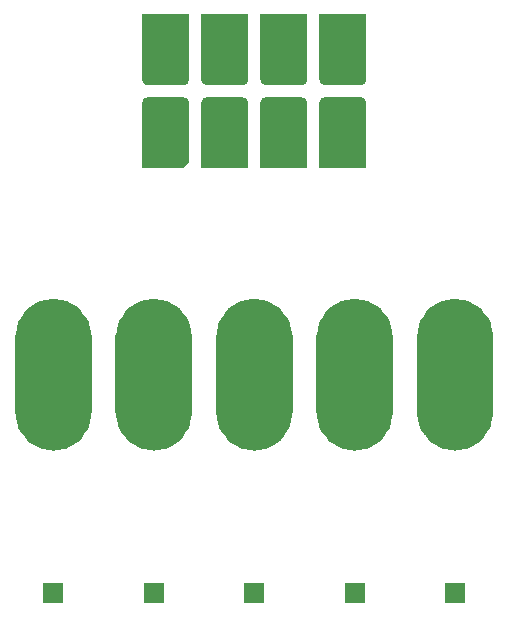
<source format=gts>
G04 #@! TF.GenerationSoftware,KiCad,Pcbnew,7.0.9-7.0.9~ubuntu22.04.1*
G04 #@! TF.CreationDate,2023-12-30T14:42:09+00:00*
G04 #@! TF.ProjectId,DRY_FLEX_V1,4452595f-464c-4455-985f-56312e6b6963,rev?*
G04 #@! TF.SameCoordinates,Original*
G04 #@! TF.FileFunction,Soldermask,Top*
G04 #@! TF.FilePolarity,Negative*
%FSLAX46Y46*%
G04 Gerber Fmt 4.6, Leading zero omitted, Abs format (unit mm)*
G04 Created by KiCad (PCBNEW 7.0.9-7.0.9~ubuntu22.04.1) date 2023-12-30 14:42:09*
%MOMM*%
%LPD*%
G01*
G04 APERTURE LIST*
G04 Aperture macros list*
%AMRoundRect*
0 Rectangle with rounded corners*
0 $1 Rounding radius*
0 $2 $3 $4 $5 $6 $7 $8 $9 X,Y pos of 4 corners*
0 Add a 4 corners polygon primitive as box body*
4,1,4,$2,$3,$4,$5,$6,$7,$8,$9,$2,$3,0*
0 Add four circle primitives for the rounded corners*
1,1,$1+$1,$2,$3*
1,1,$1+$1,$4,$5*
1,1,$1+$1,$6,$7*
1,1,$1+$1,$8,$9*
0 Add four rect primitives between the rounded corners*
20,1,$1+$1,$2,$3,$4,$5,0*
20,1,$1+$1,$4,$5,$6,$7,0*
20,1,$1+$1,$6,$7,$8,$9,0*
20,1,$1+$1,$8,$9,$2,$3,0*%
G04 Aperture macros list end*
%ADD10C,0.499999*%
%ADD11C,3.250000*%
%ADD12C,0.000000*%
%ADD13C,0.500000*%
%ADD14R,1.700000X1.700000*%
%ADD15RoundRect,0.250000X-0.250000X-0.750000X0.250000X-0.750000X0.250000X0.750000X-0.250000X0.750000X0*%
G04 APERTURE END LIST*
D10*
X91249998Y-99000000D02*
G75*
G03*
X91249998Y-99000000I-249999J0D01*
G01*
D11*
X101625000Y-120800000D02*
G75*
G03*
X101625000Y-120800000I-1625000J0D01*
G01*
D12*
G36*
X99000000Y-99500000D02*
G01*
X96000000Y-99500000D01*
X96000000Y-98500000D01*
X99000000Y-98500000D01*
X99000000Y-99500000D01*
G37*
D13*
X94250000Y-99000000D02*
G75*
G03*
X94250000Y-99000000I-250000J0D01*
G01*
G36*
X79750000Y-120672800D02*
G01*
X86250000Y-120672800D01*
X86250000Y-127272800D01*
X79750000Y-127272800D01*
X79750000Y-120672800D01*
G37*
D10*
X101249998Y-99000000D02*
G75*
G03*
X101249998Y-99000000I-249999J0D01*
G01*
D12*
G36*
X99500000Y-99000000D02*
G01*
X95500000Y-99000000D01*
X95500000Y-93500000D01*
X99500000Y-93500000D01*
X99500000Y-99000000D01*
G37*
G36*
X94000000Y-106500000D02*
G01*
X90500000Y-106500000D01*
X90500000Y-106000000D01*
X94500000Y-106000000D01*
X94000000Y-106500000D01*
G37*
D13*
X99250000Y-101000000D02*
G75*
G03*
X99250000Y-101000000I-250000J0D01*
G01*
X106250000Y-101000000D02*
G75*
G03*
X106250000Y-101000000I-250000J0D01*
G01*
G36*
X88250000Y-120672800D02*
G01*
X94750000Y-120672800D01*
X94750000Y-127272800D01*
X88250000Y-127272800D01*
X88250000Y-120672800D01*
G37*
X109250000Y-99000000D02*
G75*
G03*
X109250000Y-99000000I-250000J0D01*
G01*
G36*
X100500000Y-101000000D02*
G01*
X104500000Y-101000000D01*
X104500000Y-106500000D01*
X100500000Y-106500000D01*
X100500000Y-101000000D01*
G37*
G36*
X91000000Y-100500000D02*
G01*
X94000000Y-100500000D01*
X94000000Y-101500000D01*
X91000000Y-101500000D01*
X91000000Y-100500000D01*
G37*
G36*
X105250000Y-120672800D02*
G01*
X111750000Y-120672800D01*
X111750000Y-127272800D01*
X105250000Y-127272800D01*
X105250000Y-120672800D01*
G37*
D11*
X93125000Y-120800000D02*
G75*
G03*
X93125000Y-120800000I-1625000J0D01*
G01*
D10*
X96249998Y-99000000D02*
G75*
G03*
X96249998Y-99000000I-249999J0D01*
G01*
D13*
X104250000Y-101000000D02*
G75*
G03*
X104250000Y-101000000I-250000J0D01*
G01*
D12*
G36*
X104000000Y-99500000D02*
G01*
X101000000Y-99500000D01*
X101000000Y-98500000D01*
X104000000Y-98500000D01*
X104000000Y-99500000D01*
G37*
G36*
X95500000Y-101000000D02*
G01*
X99500000Y-101000000D01*
X99500000Y-106500000D01*
X95500000Y-106500000D01*
X95500000Y-101000000D01*
G37*
G36*
X104500000Y-99000000D02*
G01*
X100500000Y-99000000D01*
X100500000Y-93500000D01*
X104500000Y-93500000D01*
X104500000Y-99000000D01*
G37*
G36*
X101000000Y-100500000D02*
G01*
X104000000Y-100500000D01*
X104000000Y-101500000D01*
X101000000Y-101500000D01*
X101000000Y-100500000D01*
G37*
G36*
X106000000Y-100500000D02*
G01*
X109000000Y-100500000D01*
X109000000Y-101500000D01*
X106000000Y-101500000D01*
X106000000Y-100500000D01*
G37*
D11*
X84625000Y-127200000D02*
G75*
G03*
X84625000Y-127200000I-1625000J0D01*
G01*
D13*
X101250000Y-101000000D02*
G75*
G03*
X101250000Y-101000000I-250000J0D01*
G01*
D11*
X110125000Y-120800000D02*
G75*
G03*
X110125000Y-120800000I-1625000J0D01*
G01*
G36*
X96750000Y-120672800D02*
G01*
X103250000Y-120672800D01*
X103250000Y-127272800D01*
X96750000Y-127272800D01*
X96750000Y-120672800D01*
G37*
X118625000Y-127200000D02*
G75*
G03*
X118625000Y-127200000I-1625000J0D01*
G01*
X101625000Y-127200000D02*
G75*
G03*
X101625000Y-127200000I-1625000J0D01*
G01*
X93125000Y-127200000D02*
G75*
G03*
X93125000Y-127200000I-1625000J0D01*
G01*
X84625000Y-120800000D02*
G75*
G03*
X84625000Y-120800000I-1625000J0D01*
G01*
X118625000Y-120800000D02*
G75*
G03*
X118625000Y-120800000I-1625000J0D01*
G01*
D10*
X106249998Y-99000000D02*
G75*
G03*
X106249998Y-99000000I-249999J0D01*
G01*
G36*
X113750000Y-120672800D02*
G01*
X120250000Y-120672800D01*
X120250000Y-127272800D01*
X113750000Y-127272800D01*
X113750000Y-120672800D01*
G37*
D13*
X104250000Y-99000000D02*
G75*
G03*
X104250000Y-99000000I-250000J0D01*
G01*
G36*
X96000000Y-100500000D02*
G01*
X99000000Y-100500000D01*
X99000000Y-101500000D01*
X96000000Y-101500000D01*
X96000000Y-100500000D01*
G37*
G36*
X90500000Y-101000000D02*
G01*
X94500000Y-101000000D01*
X94500000Y-106000000D01*
X90500000Y-106000000D01*
X90500000Y-101000000D01*
G37*
G36*
X105500000Y-101000000D02*
G01*
X109500000Y-101000000D01*
X109500000Y-106500000D01*
X105500000Y-106500000D01*
X105500000Y-101000000D01*
G37*
X96250000Y-101000000D02*
G75*
G03*
X96250000Y-101000000I-250000J0D01*
G01*
X109250000Y-101000000D02*
G75*
G03*
X109250000Y-101000000I-250000J0D01*
G01*
X99250000Y-99000000D02*
G75*
G03*
X99250000Y-99000000I-250000J0D01*
G01*
X91250000Y-101000000D02*
G75*
G03*
X91250000Y-101000000I-250000J0D01*
G01*
D12*
G36*
X109500000Y-99000000D02*
G01*
X105500000Y-99000000D01*
X105500000Y-93500000D01*
X109500000Y-93500000D01*
X109500000Y-99000000D01*
G37*
D11*
X110125000Y-127200000D02*
G75*
G03*
X110125000Y-127200000I-1625000J0D01*
G01*
D12*
G36*
X109000000Y-99500000D02*
G01*
X106000000Y-99500000D01*
X106000000Y-98500000D01*
X109000000Y-98500000D01*
X109000000Y-99500000D01*
G37*
D13*
X94250000Y-101000000D02*
G75*
G03*
X94250000Y-101000000I-250000J0D01*
G01*
D12*
G36*
X94500000Y-99000000D02*
G01*
X90500000Y-99000000D01*
X90500000Y-93500000D01*
X94500000Y-93500000D01*
X94500000Y-99000000D01*
G37*
G36*
X94000000Y-99500000D02*
G01*
X91000000Y-99500000D01*
X91000000Y-98500000D01*
X94000000Y-98500000D01*
X94000000Y-99500000D01*
G37*
D14*
X91500000Y-142500000D03*
D15*
X97400000Y-103500000D03*
X107500000Y-96500000D03*
X102500000Y-96500000D03*
D14*
X100000000Y-142500000D03*
D15*
X97500000Y-96500000D03*
X92500000Y-103500000D03*
X102600000Y-103500000D03*
D14*
X83000000Y-142500000D03*
D15*
X107500000Y-103500000D03*
X92500000Y-96500000D03*
D14*
X108500000Y-142500000D03*
X117000000Y-142500000D03*
M02*

</source>
